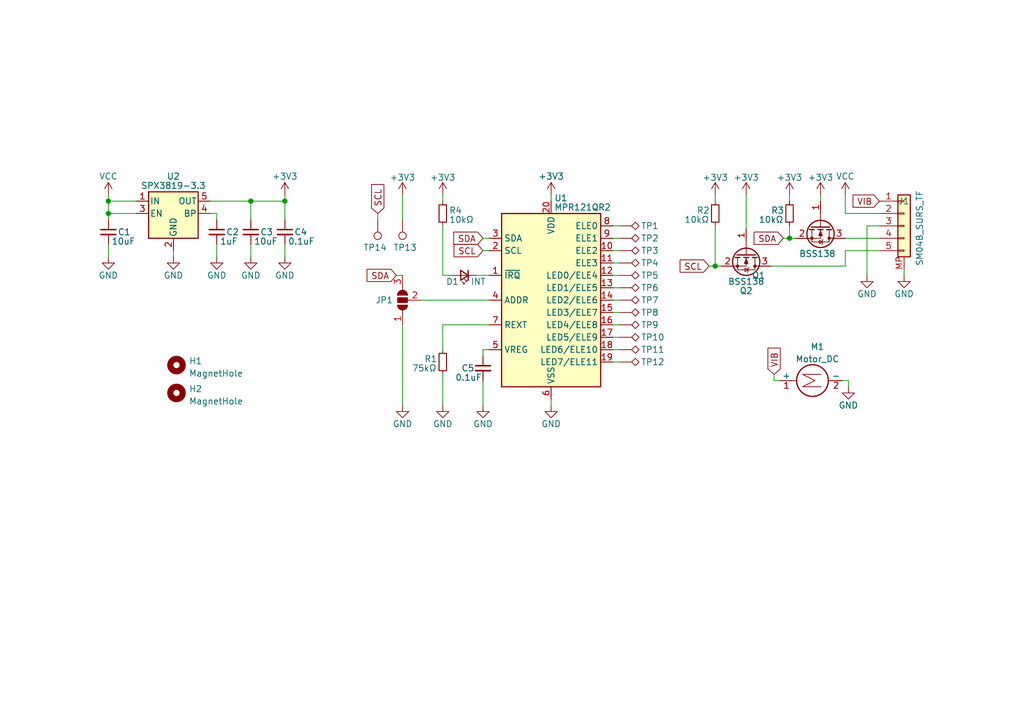
<source format=kicad_sch>
(kicad_sch (version 20211123) (generator eeschema)
  (paper "A5")
  (title_block (title "cap64") (company "beadybiddle"))
  (lib_symbols
    (symbol "Connector:TestPoint" (pin_numbers hide) (pin_names (offset 0.762) hide)
      (property "Reference" "TP" (at 0 6.858 0))
      (property "Value" "TestPoint" (at 0 5.08 0))
      (symbol "TestPoint_0_1"
        (circle (center 0 3.302) (radius 0.762))
      )
      (symbol "TestPoint_1_1"
        (pin passive line (at 0 0 90) (length 2.54) (name "1") (number "1"))
      )
    )
    (symbol "Connector:TestPoint_Alt" (pin_numbers hide) (pin_names (offset 0.762) hide)
      (property "Reference" "TP" (at 0 6.858 0))
      (property "Value" "TestPoint_Alt" (at 0 5.08 0))
      (symbol "TestPoint_Alt_0_1"
        (polyline (pts (xy 0 2.54) (xy -0.762 3.302) (xy 0 4.064) (xy 0.762 3.302) (xy 0 2.54)))
      )
      (symbol "TestPoint_Alt_1_1"
        (pin passive line (at 0 0 90) (length 2.54) (name "1") (number "1"))
      )
    )
    (symbol "Connector_Generic:Conn_01x05" (pin_names (offset 1.016) hide)
      (property "Reference" "J1" (at -1.27 5.08 0))
      (property "Value" "SM04B_SURS_TF" (at 3.175 -8.255 90))
      (symbol "Conn_01x05_1_1"
        (rectangle (start -1.27 -4.953) (end 0 -5.207) (stroke (width 0.1524)))
        (rectangle (start -1.27 -2.413) (end 0 -2.667) (stroke (width 0.1524)))
        (rectangle (start -1.27 0.127) (end 0 -0.127) (stroke (width 0.1524)))
        (rectangle (start -1.27 2.667) (end 0 2.413) (stroke (width 0.1524)))
        (rectangle (start -1.27 5.207) (end 0 4.953) (stroke (width 0.1524)))
        (rectangle (start -1.27 6.35) (end 1.27 -6.35) (stroke (width 0.254)) (fill (type background)))
        (pin passive line (at -5.08 5.08 0) (length 3.81) (name "Pin_1") (number "1"))
        (pin passive line (at -5.08 2.54 0) (length 3.81) (name "Pin_2") (number "2"))
        (pin passive line (at -5.08 0 0) (length 3.81) (name "Pin_3") (number "3"))
        (pin passive line (at -5.08 -2.54 0) (length 3.81) (name "Pin_4") (number "4"))
        (pin passive line (at -5.08 -5.08 0) (length 3.81) (name "Pin_5") (number "5"))
        (pin power_in line (at 0 -8.89 90) (length 2.54) (name "MP") (number "MP"))
      )
    )
    (symbol "Device:C_Small" (pin_numbers hide) (pin_names (offset 0.254) hide)
      (property "Reference" "C" (at 0.254 1.778 0))
      (property "Value" "C_Small" (at 0.254 -2.032 0))
      (symbol "C_Small_0_1"
        (polyline (pts (xy -1.524 -0.508) (xy 1.524 -0.508)) (stroke (width 0.3302)))
        (polyline (pts (xy -1.524 0.508) (xy 1.524 0.508)) (stroke (width 0.3048)))
      )
      (symbol "C_Small_1_1"
        (pin passive line (at 0 2.54 270) (length 2.032) (name "~") (number "1"))
        (pin passive line (at 0 -2.54 90) (length 2.032) (name "~") (number "2"))
      )
    )
    (symbol "Device:LED_Small" (pin_numbers hide) (pin_names (offset 0.254) hide)
      (property "Reference" "D" (at -1.27 3.175 0))
      (property "Value" "LED_Small" (at -4.445 -2.54 0))
      (symbol "LED_Small_0_1"
        (polyline (pts (xy -0.762 -1.016) (xy -0.762 1.016)) (stroke (width 0.254)))
        (polyline (pts (xy 1.016 0) (xy -0.762 0)))
        (polyline (pts (xy 0.762 -1.016) (xy -0.762 0) (xy 0.762 1.016) (xy 0.762 -1.016)) (stroke (width 0.254)))
        (polyline (pts (xy 0 0.762) (xy -0.508 1.27) (xy -0.254 1.27) (xy -0.508 1.27) (xy -0.508 1.016)))
        (polyline (pts (xy 0.508 1.27) (xy 0 1.778) (xy 0.254 1.778) (xy 0 1.778) (xy 0 1.524)))
      )
      (symbol "LED_Small_1_1"
        (pin passive line (at -2.54 0 0) (length 1.778) (name "K") (number "1"))
        (pin passive line (at 2.54 0 180) (length 1.778) (name "A") (number "2"))
      )
    )
    (symbol "Device:R_Small" (pin_numbers hide) (pin_names (offset 0.254) hide)
      (property "Reference" "R" (at 0.762 0.508 0))
      (property "Value" "R_Small" (at 0.762 -1.016 0))
      (symbol "R_Small_0_1"
        (rectangle (start -0.762 1.778) (end 0.762 -1.778) (stroke (width 0.2032)))
      )
      (symbol "R_Small_1_1"
        (pin passive line (at 0 2.54 270) (length 0.762) (name "~") (number "1"))
        (pin passive line (at 0 -2.54 90) (length 0.762) (name "~") (number "2"))
      )
    )
    (symbol "Jumper:SolderJumper_3_Open" (pin_names (offset 0) hide)
      (property "Reference" "JP" (at -2.54 -2.54 0))
      (property "Value" "SolderJumper_3_Open" (at 0 2.794 0))
      (symbol "SolderJumper_3_Open_0_1"
        (arc (start -1.016 1.016) (mid -2.032 0) (end -1.016 -1.016))
        (arc (start -1.016 1.016) (mid -2.032 0) (end -1.016 -1.016) (fill (type outline)))
        (rectangle (start -0.508 1.016) (end 0.508 -1.016) (fill (type outline)))
        (polyline (pts (xy -2.54 0) (xy -2.032 0)))
        (polyline (pts (xy -1.016 1.016) (xy -1.016 -1.016)))
        (polyline (pts (xy 0 -1.27) (xy 0 -1.016)))
        (polyline (pts (xy 1.016 1.016) (xy 1.016 -1.016)))
        (polyline (pts (xy 2.54 0) (xy 2.032 0)))
        (arc (start 1.016 -1.016) (mid 2.032 0) (end 1.016 1.016))
        (arc (start 1.016 -1.016) (mid 2.032 0) (end 1.016 1.016) (fill (type outline)))
      )
      (symbol "SolderJumper_3_Open_1_1"
        (pin passive line (at -5.08 0 0) (length 2.54) (name "A") (number "1"))
        (pin passive line (at 0 -3.81 90) (length 2.54) (name "C") (number "2"))
        (pin passive line (at 5.08 0 180) (length 2.54) (name "B") (number "3"))
      )
    )
    (symbol "Mechanical:MountingHole" (pin_names (offset 1.016))
      (property "Reference" "H" (at 0 5.08 0))
      (property "Value" "MountingHole" (at 0 3.175 0))
      (symbol "MountingHole_0_1"
        (circle (center 0 0) (radius 1.27) (stroke (width 1.27)))
      )
    )
    (symbol "Motor:Motor_DC" (pin_names (offset 0))
      (property "Reference" "M" (at 2.54 2.54 0))
      (property "Value" "Motor_DC" (at 2.54 -5.08 0))
      (symbol "Motor_DC_0_0"
        (polyline (pts (xy -1.27 -3.302) (xy -1.27 0.508) (xy 0 -2.032) (xy 1.27 0.508) (xy 1.27 -3.302)))
      )
      (symbol "Motor_DC_0_1"
        (circle (center 0 -1.524) (radius 3.2512) (stroke (width 0.254)))
        (polyline (pts (xy 0 -7.62) (xy 0 -7.112)))
        (polyline (pts (xy 0 -4.7752) (xy 0 -5.1816)))
        (polyline (pts (xy 0 1.7272) (xy 0 2.0828)))
        (polyline (pts (xy 0 2.032) (xy 0 2.54)))
      )
      (symbol "Motor_DC_1_1"
        (pin passive line (at 0 5.08 270) (length 2.54) (name "+") (number "1"))
        (pin passive line (at 0 -7.62 90) (length 2.54) (name "-") (number "2"))
      )
    )
    (symbol "Regulator_Linear:SPX3819M5-L-3-3" (pin_names (offset 0.254))
      (property "Reference" "U" (at -3.81 5.715 0))
      (property "Value" "SPX3819M5-L-3-3" (at 0 5.715 0))
      (symbol "SPX3819M5-L-3-3_0_1"
        (rectangle (start -5.08 4.445) (end 5.08 -5.08) (stroke (width 0.254)) (fill (type background)))
      )
      (symbol "SPX3819M5-L-3-3_1_1"
        (pin power_in line (at -7.62 2.54 0) (length 2.54) (name "IN") (number "1"))
        (pin power_in line (at 0 -7.62 90) (length 2.54) (name "GND") (number "2"))
        (pin input line (at -7.62 0 0) (length 2.54) (name "EN") (number "3"))
        (pin input line (at 7.62 0 180) (length 2.54) (name "BP") (number "4"))
        (pin power_out line (at 7.62 2.54 180) (length 2.54) (name "OUT") (number "5"))
      )
    )
    (symbol "Sensor_Touch:MPR121QR2"
      (property "Reference" "U" (at -10.16 19.05 0))
      (property "Value" "MPR121QR2" (at 6.35 19.05 0))
      (symbol "MPR121QR2_0_1"
        (rectangle (start -10.16 17.78) (end 10.16 -17.78) (stroke (width 0.254)) (fill (type background)))
      )
      (symbol "MPR121QR2_1_1"
        (pin open_collector line (at -12.7 5.08 0) (length 2.54) (name "~{IRQ}") (number "1"))
        (pin passive line (at 12.7 10.16 180) (length 2.54) (name "ELE2") (number "10"))
        (pin passive line (at 12.7 7.62 180) (length 2.54) (name "ELE3") (number "11"))
        (pin passive line (at 12.7 5.08 180) (length 2.54) (name "LED0/ELE4") (number "12"))
        (pin passive line (at 12.7 2.54 180) (length 2.54) (name "LED1/ELE5") (number "13"))
        (pin passive line (at 12.7 0 180) (length 2.54) (name "LED2/ELE6") (number "14"))
        (pin passive line (at 12.7 -2.54 180) (length 2.54) (name "LED3/ELE7") (number "15"))
        (pin passive line (at 12.7 -5.08 180) (length 2.54) (name "LED4/ELE8") (number "16"))
        (pin passive line (at 12.7 -7.62 180) (length 2.54) (name "LED5/ELE9") (number "17"))
        (pin passive line (at 12.7 -10.16 180) (length 2.54) (name "LED6/ELE10") (number "18"))
        (pin passive line (at 12.7 -12.7 180) (length 2.54) (name "LED7/ELE11") (number "19"))
        (pin input line (at -12.7 10.16 0) (length 2.54) (name "SCL") (number "2"))
        (pin power_in line (at 0 20.32 270) (length 2.54) (name "VDD") (number "20"))
        (pin bidirectional line (at -12.7 12.7 0) (length 2.54) (name "SDA") (number "3"))
        (pin input line (at -12.7 0 0) (length 2.54) (name "ADDR") (number "4"))
        (pin passive line (at -12.7 -10.16 0) (length 2.54) (name "VREG") (number "5"))
        (pin power_in line (at 0 -20.32 90) (length 2.54) (name "VSS") (number "6"))
        (pin passive line (at -12.7 -5.08 0) (length 2.54) (name "REXT") (number "7"))
        (pin passive line (at 12.7 15.24 180) (length 2.54) (name "ELE0") (number "8"))
        (pin passive line (at 12.7 12.7 180) (length 2.54) (name "ELE1") (number "9"))
      )
    )
    (symbol "Transistor_FET:BSS138" (pin_names hide)
      (property "Reference" "Q" (at 5.08 1.905 0))
      (property "Value" "BSS138" (at 5.08 0 0))
      (symbol "BSS138_0_1"
        (polyline (pts (xy 0.254 0) (xy -2.54 0)))
        (polyline (pts (xy 0.254 1.905) (xy 0.254 -1.905)) (stroke (width 0.254)))
        (polyline (pts (xy 0.762 -1.27) (xy 0.762 -2.286)) (stroke (width 0.254)))
        (polyline (pts (xy 0.762 0.508) (xy 0.762 -0.508)) (stroke (width 0.254)))
        (polyline (pts (xy 0.762 2.286) (xy 0.762 1.27)) (stroke (width 0.254)))
        (polyline (pts (xy 2.54 2.54) (xy 2.54 1.778)))
        (polyline (pts (xy 2.54 -2.54) (xy 2.54 0) (xy 0.762 0)))
        (polyline (pts (xy 0.762 -1.778) (xy 3.302 -1.778) (xy 3.302 1.778) (xy 0.762 1.778)))
        (polyline (pts (xy 1.016 0) (xy 2.032 0.381) (xy 2.032 -0.381) (xy 1.016 0)) (fill (type outline)))
        (polyline (pts (xy 2.794 0.508) (xy 2.921 0.381) (xy 3.683 0.381) (xy 3.81 0.254)))
        (polyline (pts (xy 3.302 0.381) (xy 2.921 -0.254) (xy 3.683 -0.254) (xy 3.302 0.381)))
        (circle (center 1.651 0) (radius 2.794) (stroke (width 0.254)))
        (circle (center 2.54 -1.778) (radius 0.254) (fill (type outline)))
        (circle (center 2.54 1.778) (radius 0.254) (fill (type outline)))
      )
      (symbol "BSS138_1_1"
        (pin input line (at -5.08 0 0) (length 2.54) (name "G") (number "1"))
        (pin passive line (at 2.54 -5.08 90) (length 2.54) (name "S") (number "2"))
        (pin passive line (at 2.54 5.08 270) (length 2.54) (name "D") (number "3"))
      )
    )
    (symbol "power:+3V3" (power) (pin_names (offset 0))
      (property "Value" "+3V3" (at 0 3.556 0))
      (symbol "+3V3_0_1"
        (polyline (pts (xy -0.762 1.27) (xy 0 2.54)))
        (polyline (pts (xy 0 0) (xy 0 2.54)))
        (polyline (pts (xy 0 2.54) (xy 0.762 1.27)))
      )
      (symbol "+3V3_1_1"
        (pin power_in line (at 0 0 90) (length 0) hide (name "+3V3") (number "1"))
      )
    )
    (symbol "power:GND" (power) (pin_names (offset 0))
      (property "Value" "GND" (at 0 -3.81 0))
      (symbol "GND_0_1"
        (polyline (pts (xy 0 0) (xy 0 -1.27) (xy 1.27 -1.27) (xy 0 -2.54) (xy -1.27 -1.27) (xy 0 -1.27)))
      )
      (symbol "GND_1_1"
        (pin power_in line (at 0 0 270) (length 0) hide (name "GND") (number "1"))
      )
    )
    (symbol "power:VCC" (power) (pin_names (offset 0))
      (property "Value" "VCC" (at 0 3.81 0))
      (symbol "VCC_0_1"
        (polyline (pts (xy -0.762 1.27) (xy 0 2.54)))
        (polyline (pts (xy 0 0) (xy 0 2.54)))
        (polyline (pts (xy 0 2.54) (xy 0.762 1.27)))
      )
      (symbol "VCC_1_1"
        (pin power_in line (at 0 0 90) (length 0) hide (name "VCC") (number "1"))
      )
    )
  )
  (junction (at 58.42 41.275))
  (junction (at 146.685 54.61))
  (junction (at 161.925 48.895))
  (junction (at 22.225 41.275))
  (junction (at 22.225 43.815))
  (junction (at 51.435 41.275))
  (wire (pts (xy 153.035 40.005) (xy 153.035 46.99)))
  (wire (pts (xy 90.805 76.835) (xy 90.805 83.185)))
  (wire (pts (xy 125.73 66.675) (xy 127 66.675)))
  (wire (pts (xy 146.685 46.355) (xy 146.685 54.61)))
  (wire (pts (xy 173.99 78.105) (xy 173.99 79.375)))
  (wire (pts (xy 158.75 78.105) (xy 160.02 78.105)))
  (wire (pts (xy 125.73 74.295) (xy 127 74.295)))
  (wire (pts (xy 160.655 48.895) (xy 161.925 48.895)))
  (wire (pts (xy 22.225 43.815) (xy 22.225 41.275)))
  (wire (pts (xy 125.73 64.135) (xy 127 64.135)))
  (wire (pts (xy 177.8 46.355) (xy 177.8 56.515)))
  (wire (pts (xy 51.435 50.165) (xy 51.435 52.705)))
  (wire (pts (xy 90.805 66.675) (xy 90.805 71.755)))
  (wire (pts (xy 145.415 54.61) (xy 146.685 54.61)))
  (wire (pts (xy 173.355 48.895) (xy 180.34 48.895)))
  (wire (pts (xy 99.06 48.895) (xy 100.33 48.895)))
  (wire (pts (xy 82.55 40.005) (xy 82.55 45.085)))
  (wire (pts (xy 22.225 41.275) (xy 27.94 41.275)))
  (wire (pts (xy 58.42 50.165) (xy 58.42 52.705)))
  (wire (pts (xy 43.18 41.275) (xy 51.435 41.275)))
  (wire (pts (xy 44.45 43.815) (xy 44.45 45.085)))
  (wire (pts (xy 82.55 66.675) (xy 82.55 83.185)))
  (wire (pts (xy 125.73 53.975) (xy 127 53.975)))
  (wire (pts (xy 22.225 45.085) (xy 22.225 43.815)))
  (wire (pts (xy 58.42 40.005) (xy 58.42 41.275)))
  (wire (pts (xy 97.79 56.515) (xy 100.33 56.515)))
  (wire (pts (xy 146.685 41.275) (xy 146.685 40.005)))
  (wire (pts (xy 125.73 71.755) (xy 127 71.755)))
  (wire (pts (xy 173.355 40.005) (xy 173.355 43.815)))
  (wire (pts (xy 35.56 52.705) (xy 35.56 51.435)))
  (wire (pts (xy 90.805 56.515) (xy 92.71 56.515)))
  (wire (pts (xy 90.805 46.355) (xy 90.805 56.515)))
  (wire (pts (xy 58.42 41.275) (xy 58.42 45.085)))
  (wire (pts (xy 99.06 78.105) (xy 99.06 83.185)))
  (wire (pts (xy 158.115 54.61) (xy 173.355 54.61)))
  (wire (pts (xy 86.36 61.595) (xy 100.33 61.595)))
  (wire (pts (xy 43.18 43.815) (xy 44.45 43.815)))
  (wire (pts (xy 125.73 61.595) (xy 127 61.595)))
  (wire (pts (xy 51.435 41.275) (xy 58.42 41.275)))
  (wire (pts (xy 172.72 78.105) (xy 173.99 78.105)))
  (wire (pts (xy 22.225 50.165) (xy 22.225 52.705)))
  (wire (pts (xy 90.805 40.005) (xy 90.805 41.275)))
  (wire (pts (xy 100.33 71.755) (xy 99.06 71.755)))
  (wire (pts (xy 44.45 50.165) (xy 44.45 52.705)))
  (wire (pts (xy 125.73 48.895) (xy 127 48.895)))
  (wire (pts (xy 99.06 71.755) (xy 99.06 73.025)))
  (wire (pts (xy 125.73 69.215) (xy 127 69.215)))
  (wire (pts (xy 113.03 81.915) (xy 113.03 83.185)))
  (wire (pts (xy 185.42 55.245) (xy 185.42 56.515)))
  (wire (pts (xy 146.685 54.61) (xy 147.955 54.61)))
  (wire (pts (xy 177.8 46.355) (xy 180.34 46.355)))
  (wire (pts (xy 113.03 40.005) (xy 113.03 41.275)))
  (wire (pts (xy 90.805 66.675) (xy 100.33 66.675)))
  (wire (pts (xy 161.925 40.005) (xy 161.925 41.275)))
  (wire (pts (xy 173.355 43.815) (xy 180.34 43.815)))
  (wire (pts (xy 161.925 48.895) (xy 163.195 48.895)))
  (wire (pts (xy 125.73 46.355) (xy 127 46.355)))
  (wire (pts (xy 77.47 43.815) (xy 77.47 45.085)))
  (wire (pts (xy 173.355 54.61) (xy 173.355 51.435)))
  (wire (pts (xy 22.225 40.005) (xy 22.225 41.275)))
  (wire (pts (xy 125.73 59.055) (xy 127 59.055)))
  (wire (pts (xy 51.435 41.275) (xy 51.435 45.085)))
  (wire (pts (xy 161.925 46.355) (xy 161.925 48.895)))
  (wire (pts (xy 125.73 51.435) (xy 127 51.435)))
  (wire (pts (xy 81.28 56.515) (xy 82.55 56.515)))
  (wire (pts (xy 99.06 51.435) (xy 100.33 51.435)))
  (wire (pts (xy 22.225 43.815) (xy 27.94 43.815)))
  (wire (pts (xy 158.75 76.835) (xy 158.75 78.105)))
  (wire (pts (xy 168.275 40.005) (xy 168.275 41.275)))
  (wire (pts (xy 125.73 56.515) (xy 127 56.515)))
  (wire (pts (xy 173.355 51.435) (xy 180.34 51.435)))
  (global_label "SDA" (shape input) (at 99.06 48.895 180) (property "Intersheet References" "${INTERSHEET_REFS}" (effects hide)))
  (global_label "SDA" (shape input) (at 160.655 48.895 180) (property "Intersheet References" "${INTERSHEET_REFS}" (effects hide)))
  (global_label "SCL" (shape input) (at 99.06 51.435 180) (property "Intersheet References" "${INTERSHEET_REFS}" (effects hide)))
  (global_label "SCL" (shape input) (at 77.47 43.815 90) (property "Intersheet References" "${INTERSHEET_REFS}" (effects hide)))
  (global_label "VIB" (shape input) (at 158.75 76.835 90) (property "Intersheet References" "${INTERSHEET_REFS}" (effects hide)))
  (global_label "SCL" (shape input) (at 145.415 54.61 180) (property "Intersheet References" "${INTERSHEET_REFS}" (effects hide)))
  (global_label "VIB" (shape input) (at 180.34 41.275 180) (property "Intersheet References" "${INTERSHEET_REFS}" (effects hide)))
  (global_label "SDA" (shape input) (at 81.28 56.515 180) (property "Intersheet References" "${INTERSHEET_REFS}" (effects hide)))
  (symbol (lib_id "Device:C_Small") (at 44.45 47.625 0) (unit 1)
    (property "Reference" "C2" (at 46.355 47.625 0) (effects (justify left)))
    (property "Value" "1uF" (at 45.085 49.53 0) (effects (justify left)))
    (property "Footprint" "Capacitor_SMD:C_0805_2012Metric" (effects hide))
  )
  (symbol (lib_id "power:GND") (at 51.435 52.705 0) (unit 1)
    (property "Reference" "#PWR0107" (effects hide))
    (property "Value" "GND" (at 51.435 56.515 0))
  )
  (symbol (lib_id "Connector_Generic:Conn_01x05") (at 185.42 46.355 0) (unit 1)
    (property "Reference" "J1" (at 184.15 41.275 0) (effects (justify left)))
    (property "Value" "SM04B_SURS_TF" (at 188.595 54.61 90) (effects (justify left)))
    (property "Footprint" "Connector_JST:JST_SUR_SM05B-SURS-TF_1x05-1MP_P0.80mm_Horizontal" (effects hide))
  )
  (symbol (lib_id "Regulator_Linear:SPX3819M5-L-3-3") (at 35.56 43.815 0) (unit 1)
    (property "Reference" "U2" (at 35.56 36.195 0))
    (property "Value" "SPX3819-3.3" (at 35.56 38.1 0))
    (property "Footprint" "Package_TO_SOT_SMD:SOT-23-5" (effects hide))
    (property "Datasheet" "https://www.exar.com/content/document.ashx?id=22106&languageid=1033&type=Datasheet&partnumber=SPX3819&filename=SPX3819.pdf&part=SPX3819" (effects hide))
  )
  (symbol (lib_id "Connector:TestPoint_Alt") (at 127 74.295 270) (unit 1)
    (property "Reference" "TP12" (at 131.445 74.295 90) (effects (justify left)))
    (property "Value" "TestPoint_Alt" (effects hide))
    (property "Footprint" "cap_pads:CAPPADS_7.6x11.6_Chevron_3" (effects hide))
  )
  (symbol (lib_id "Mechanical:MountingHole") (at 36.195 74.93 0) (unit 1)
    (property "Reference" "H1" (at 38.735 74.0953 0) (effects (justify left)))
    (property "Value" "MagnetHole" (at 38.735 76.6322 0) (effects (justify left)))
    (property "Footprint" "MountingHole:MountingHole_4mm" (effects hide))
  )
  (symbol (lib_id "power:GND") (at 58.42 52.705 0) (unit 1)
    (property "Reference" "#PWR0108" (effects hide))
    (property "Value" "GND" (at 58.42 56.515 0))
  )
  (symbol (lib_id "power:GND") (at 22.225 52.705 0) (unit 1)
    (property "Reference" "#PWR0104" (effects hide))
    (property "Value" "GND" (at 22.225 56.515 0))
  )
  (symbol (lib_id "Connector:TestPoint_Alt") (at 127 66.675 270) (unit 1)
    (property "Reference" "TP9" (at 131.445 66.675 90) (effects (justify left)))
    (property "Value" "TestPoint_Alt" (effects hide))
    (property "Footprint" "cap_pads:CAPPADS_7.6x11.6_Chevron_2" (effects hide))
  )
  (symbol (lib_id "power:+3V3") (at 146.685 40.005 0) (unit 1)
    (property "Reference" "#PWR0119" (effects hide))
    (property "Value" "+3V3" (at 146.685 36.4292 0))
  )
  (symbol (lib_id "power:GND") (at 82.55 83.185 0) (unit 1)
    (property "Reference" "#PWR0111" (effects hide))
    (property "Value" "GND" (at 82.55 86.995 0))
  )
  (symbol (lib_id "power:GND") (at 185.42 56.515 0) (unit 1)
    (property "Reference" "#PWR0121" (effects hide))
    (property "Value" "GND" (at 185.42 60.325 0))
  )
  (symbol (lib_id "Transistor_FET:BSS138") (at 168.275 46.355 270) (unit 1)
    (property "Reference" "Q1" (at 155.575 56.515 90))
    (property "Value" "BSS138" (at 167.64 52.07 90))
    (property "Footprint" "Package_TO_SOT_SMD:SOT-23" (effects hide))
    (property "Datasheet" "https://www.onsemi.com/pub/Collateral/BSS138-D.PDF" (effects hide))
  )
  (symbol (lib_id "Device:C_Small") (at 99.06 75.565 0) (unit 1)
    (property "Reference" "C5" (at 94.615 75.565 0) (effects (justify left)))
    (property "Value" "0.1uF" (at 93.345 77.47 0) (effects (justify left)))
    (property "Footprint" "Capacitor_SMD:C_0805_2012Metric" (effects hide))
  )
  (symbol (lib_id "Connector:TestPoint_Alt") (at 127 64.135 270) (unit 1)
    (property "Reference" "TP8" (at 131.445 64.135 90) (effects (justify left)))
    (property "Value" "TestPoint_Alt" (effects hide))
    (property "Footprint" "cap_pads:CAPPADS_7.6x11.6_Chevron_2" (effects hide))
  )
  (symbol (lib_id "Connector:TestPoint_Alt") (at 127 71.755 270) (unit 1)
    (property "Reference" "TP11" (at 131.445 71.755 90) (effects (justify left)))
    (property "Value" "TestPoint_Alt" (effects hide))
    (property "Footprint" "cap_pads:CAPPADS_7.6x11.6_Chevron_2" (effects hide))
  )
  (symbol (lib_id "power:GND") (at 177.8 56.515 0) (unit 1)
    (property "Reference" "#PWR0114" (effects hide))
    (property "Value" "GND" (at 177.8 60.325 0))
  )
  (symbol (lib_id "Device:R_Small") (at 161.925 43.815 0) (unit 1)
    (property "Reference" "R3" (at 158.115 43.18 0) (effects (justify left)))
    (property "Value" "10kΩ" (at 155.575 45.085 0) (effects (justify left)))
    (property "Footprint" "Resistor_SMD:R_0805_2012Metric" (effects hide))
  )
  (symbol (lib_id "power:GND") (at 44.45 52.705 0) (unit 1)
    (property "Reference" "#PWR0106" (effects hide))
    (property "Value" "GND" (at 44.45 56.515 0))
  )
  (symbol (lib_id "Connector:TestPoint_Alt") (at 127 51.435 270) (unit 1)
    (property "Reference" "TP3" (at 131.445 51.435 90) (effects (justify left)))
    (property "Value" "TestPoint_Alt" (effects hide))
    (property "Footprint" "cap_pads:CAPPADS_7.6x11.6_Chevron_2" (effects hide))
  )
  (symbol (lib_id "Connector:TestPoint_Alt") (at 127 56.515 270) (unit 1)
    (property "Reference" "TP5" (at 131.445 56.515 90) (effects (justify left)))
    (property "Value" "TestPoint_Alt" (effects hide))
    (property "Footprint" "cap_pads:CAPPADS_7.6x11.6_Chevron_2" (effects hide))
  )
  (symbol (lib_id "Connector:TestPoint") (at 77.47 45.085 180) (unit 1)
    (property "Reference" "TP14" (at 79.375 50.8 0) (effects (justify left)))
    (property "Value" "d" (effects hide))
    (property "Footprint" "TestPoint:TestPoint_Pad_2.0x2.0mm" (effects hide))
  )
  (symbol (lib_id "Device:C_Small") (at 58.42 47.625 0) (unit 1)
    (property "Reference" "C4" (at 60.325 47.625 0) (effects (justify left)))
    (property "Value" "0.1uF" (at 59.055 49.53 0) (effects (justify left)))
    (property "Footprint" "Capacitor_SMD:C_0805_2012Metric" (effects hide))
  )
  (symbol (lib_id "Mechanical:MountingHole") (at 36.195 80.645 0) (unit 1)
    (property "Reference" "H2" (at 38.735 79.8103 0) (effects (justify left)))
    (property "Value" "MagnetHole" (at 38.735 82.3472 0) (effects (justify left)))
    (property "Footprint" "MountingHole:MountingHole_4mm" (effects hide))
  )
  (symbol (lib_id "power:+3V3") (at 161.925 40.005 0) (unit 1)
    (property "Reference" "#PWR0118" (effects hide))
    (property "Value" "+3V3" (at 161.925 36.4292 0))
  )
  (symbol (lib_id "Device:C_Small") (at 51.435 47.625 0) (unit 1)
    (property "Reference" "C3" (at 53.34 47.625 0) (effects (justify left)))
    (property "Value" "10uF" (at 52.07 49.53 0) (effects (justify left)))
    (property "Footprint" "Capacitor_SMD:C_0805_2012Metric" (effects hide))
  )
  (symbol (lib_id "Device:R_Small") (at 146.685 43.815 0) (unit 1)
    (property "Reference" "R2" (at 142.875 43.18 0) (effects (justify left)))
    (property "Value" "10kΩ" (at 140.335 45.085 0) (effects (justify left)))
    (property "Footprint" "Resistor_SMD:R_0805_2012Metric" (effects hide))
  )
  (symbol (lib_id "power:+3V3") (at 113.03 40.005 0) (unit 1)
    (property "Reference" "#PWR0101" (effects hide))
    (property "Value" "+3V3" (at 113.03 36.195 0))
  )
  (symbol (lib_id "Connector:TestPoint_Alt") (at 127 48.895 270) (unit 1)
    (property "Reference" "TP2" (at 131.445 48.895 90) (effects (justify left)))
    (property "Value" "TestPoint_Alt" (effects hide))
    (property "Footprint" "cap_pads:CAPPADS_7.6x11.6_Chevron_2" (effects hide))
  )
  (symbol (lib_id "power:GND") (at 90.805 83.185 0) (unit 1)
    (property "Reference" "#PWR0112" (effects hide))
    (property "Value" "GND" (at 90.805 86.995 0))
  )
  (symbol (lib_id "Transistor_FET:BSS138") (at 153.035 52.07 270) (unit 1)
    (property "Reference" "Q2" (at 153.035 59.69 90))
    (property "Value" "BSS138" (at 153.035 57.785 90))
    (property "Footprint" "Package_TO_SOT_SMD:SOT-23" (effects hide))
    (property "Datasheet" "https://www.onsemi.com/pub/Collateral/BSS138-D.PDF" (effects hide))
  )
  (symbol (lib_id "power:GND") (at 173.99 79.375 0) (unit 1)
    (property "Reference" "#PWR0122" (effects hide))
    (property "Value" "GND" (at 173.99 83.185 0))
  )
  (symbol (lib_id "power:+3V3") (at 82.55 40.005 0) (unit 1)
    (property "Reference" "#PWR0110" (effects hide))
    (property "Value" "+3V3" (at 82.55 36.4292 0))
  )
  (symbol (lib_id "power:VCC") (at 22.225 40.005 0) (unit 1)
    (property "Reference" "#PWR0109" (effects hide))
    (property "Value" "VCC" (at 22.225 36.195 0))
  )
  (symbol (lib_id "Connector:TestPoint_Alt") (at 127 61.595 270) (unit 1)
    (property "Reference" "TP7" (at 131.445 61.595 90) (effects (justify left)))
    (property "Value" "TestPoint_Alt" (effects hide))
    (property "Footprint" "cap_pads:CAPPADS_7.6x11.6_Chevron_2" (effects hide))
  )
  (symbol (lib_id "power:+3V3") (at 153.035 40.005 0) (unit 1)
    (property "Reference" "#PWR0116" (effects hide))
    (property "Value" "+3V3" (at 153.035 36.4292 0))
  )
  (symbol (lib_id "Device:R_Small") (at 90.805 43.815 0) (unit 1)
    (property "Reference" "R4" (at 92.075 43.18 0) (effects (justify left)))
    (property "Value" "10kΩ" (at 92.075 45.085 0) (effects (justify left)))
    (property "Footprint" "Resistor_SMD:R_0805_2012Metric" (effects hide))
  )
  (symbol (lib_id "Connector:TestPoint_Alt") (at 127 53.975 270) (unit 1)
    (property "Reference" "TP4" (at 131.445 53.975 90) (effects (justify left)))
    (property "Value" "TestPoint_Alt" (effects hide))
    (property "Footprint" "cap_pads:CAPPADS_7.6x11.6_Chevron_2" (effects hide))
  )
  (symbol (lib_id "Device:R_Small") (at 90.805 74.295 0) (unit 1)
    (property "Reference" "R1" (at 86.995 73.66 0) (effects (justify left)))
    (property "Value" "75kΩ" (at 84.455 75.565 0) (effects (justify left)))
    (property "Footprint" "Resistor_SMD:R_0805_2012Metric" (effects hide))
  )
  (symbol (lib_id "Connector:TestPoint_Alt") (at 127 46.355 270) (unit 1)
    (property "Reference" "TP1" (at 131.445 46.355 90) (effects (justify left)))
    (property "Value" "TestPoint_Alt" (effects hide))
    (property "Footprint" "cap_pads:CAPPADS_7.6x11.6_Chevron_1" (effects hide))
  )
  (symbol (lib_id "Connector:TestPoint_Alt") (at 127 59.055 270) (unit 1)
    (property "Reference" "TP6" (at 131.445 59.055 90) (effects (justify left)))
    (property "Value" "TestPoint_Alt" (effects hide))
    (property "Footprint" "cap_pads:CAPPADS_7.6x11.6_Chevron_2" (effects hide))
  )
  (symbol (lib_id "Sensor_Touch:MPR121QR2") (at 113.03 61.595 0) (unit 1)
    (property "Reference" "U1" (at 113.665 40.64 0) (effects (justify left)))
    (property "Value" "MPR121QR2" (at 113.665 42.545 0) (effects (justify left)))
    (property "Footprint" "Package_DFN_QFN:UQFN-20_3x3mm_P0.4mm" (effects hide))
    (property "Datasheet" "https://resurgentsemi.com/wp-content/uploads/2018/09/MPR121_rev5-Resurgent.pdf?d453f8&d453f8" (effects hide))
  )
  (symbol (lib_id "Device:LED_Small") (at 95.25 56.515 180) (unit 1)
    (property "Reference" "D1" (at 91.44 57.785 0) (effects (justify right)))
    (property "Value" "INT" (at 96.52 57.785 0) (effects (justify right)))
    (property "Footprint" "LED_SMD:LED_0603_1608Metric" (effects hide))
  )
  (symbol (lib_id "power:+3V3") (at 168.275 40.005 0) (unit 1)
    (property "Reference" "#PWR0115" (effects hide))
    (property "Value" "+3V3" (at 168.275 36.4292 0))
  )
  (symbol (lib_id "Motor:Motor_DC") (at 165.1 78.105 90) (unit 1)
    (property "Reference" "M1" (at 167.64 71.154 90))
    (property "Value" "Motor_DC" (at 167.64 73.6909 90))
  )
  (symbol (lib_id "power:VCC") (at 173.355 40.005 0) (unit 1)
    (property "Reference" "#PWR0117" (effects hide))
    (property "Value" "VCC" (at 173.355 36.195 0))
  )
  (symbol (lib_id "power:GND") (at 99.06 83.185 0) (unit 1)
    (property "Reference" "#PWR0113" (effects hide))
    (property "Value" "GND" (at 99.06 86.995 0))
  )
  (symbol (lib_id "power:GND") (at 113.03 83.185 0) (unit 1)
    (property "Reference" "#PWR0102" (effects hide))
    (property "Value" "GND" (at 113.03 86.995 0))
  )
  (symbol (lib_id "power:+3V3") (at 90.805 40.005 0) (unit 1)
    (property "Reference" "#PWR0120" (effects hide))
    (property "Value" "+3V3" (at 90.805 36.4292 0))
  )
  (symbol (lib_id "Connector:TestPoint_Alt") (at 127 69.215 270) (unit 1)
    (property "Reference" "TP10" (at 131.445 69.215 90) (effects (justify left)))
    (property "Value" "TestPoint_Alt" (effects hide))
    (property "Footprint" "cap_pads:CAPPADS_7.6x11.6_Chevron_2" (effects hide))
  )
  (symbol (lib_id "power:+3V3") (at 58.42 40.005 0) (unit 1)
    (property "Reference" "#PWR0103" (effects hide))
    (property "Value" "+3V3" (at 58.42 36.195 0))
  )
  (symbol (lib_id "Device:C_Small") (at 22.225 47.625 0) (unit 1)
    (property "Reference" "C1" (at 24.13 47.625 0) (effects (justify left)))
    (property "Value" "10uF" (at 22.86 49.53 0) (effects (justify left)))
    (property "Footprint" "Capacitor_SMD:C_0805_2012Metric" (effects hide))
  )
  (symbol (lib_id "power:GND") (at 35.56 52.705 0) (unit 1)
    (property "Reference" "#PWR0105" (effects hide))
    (property "Value" "GND" (at 35.56 56.515 0))
  )
  (symbol (lib_id "Jumper:SolderJumper_3_Open") (at 82.55 61.595 90) (unit 1)
    (property "Reference" "JP1" (at 80.645 61.595 90) (effects (justify left)))
    (property "Value" "SolderJumper_3_Open" (effects hide))
    (property "Footprint" "Jumper:SolderJumper-3_P1.3mm_Open_RoundedPad1.0x1.5mm_NumberLabels" (effects hide))
  )
  (symbol (lib_id "Connector:TestPoint") (at 82.55 45.085 180) (unit 1)
    (property "Reference" "TP13" (at 80.645 50.8 0) (effects (justify right)))
    (property "Value" "b" (effects hide))
    (property "Footprint" "TestPoint:TestPoint_Pad_2.0x2.0mm" (effects hide))
  )
)
</source>
